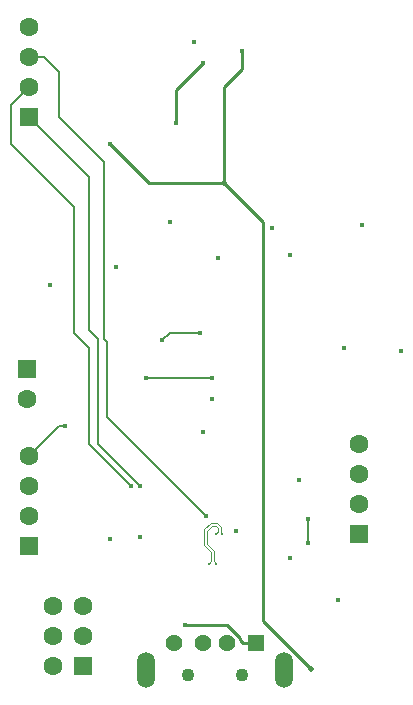
<source format=gbl>
G04*
G04 #@! TF.GenerationSoftware,Altium Limited,Altium Designer,25.3.3 (18)*
G04*
G04 Layer_Physical_Order=4*
G04 Layer_Color=9720587*
%FSLAX25Y25*%
%MOIN*%
G70*
G04*
G04 #@! TF.SameCoordinates,C02AA0BD-ED60-40AF-A0AC-FC32A95D580F*
G04*
G04*
G04 #@! TF.FilePolarity,Positive*
G04*
G01*
G75*
%ADD48C,0.01000*%
%ADD49C,0.00700*%
%ADD50C,0.00435*%
%ADD52C,0.05622*%
%ADD53R,0.05622X0.05622*%
%ADD54O,0.05937X0.11874*%
%ADD55C,0.04331*%
%ADD56C,0.06319*%
%ADD57R,0.06319X0.06319*%
%ADD58C,0.01500*%
%ADD59C,0.02000*%
%ADD60C,0.00800*%
D48*
X60000Y22500D02*
X73888D01*
X78248Y18140D01*
Y17575D02*
Y18140D01*
Y17575D02*
X79469Y16354D01*
X83780D01*
X35000Y183000D02*
X48000Y170000D01*
X73000D01*
X79000Y208000D02*
Y214000D01*
X73000Y202000D02*
X79000Y208000D01*
X73000Y170000D02*
Y202000D01*
Y170000D02*
X86000Y157000D01*
Y24000D02*
Y157000D01*
Y24000D02*
X102016Y7984D01*
X57000Y190000D02*
Y201000D01*
X66000Y210000D01*
D49*
X47000Y105000D02*
X69000D01*
X33000Y118000D02*
X34000Y117000D01*
Y92000D02*
X67000Y59000D01*
X34000Y92000D02*
Y117000D01*
X33000Y118000D02*
Y177000D01*
X31000Y83000D02*
Y118000D01*
X28000Y121000D02*
Y172000D01*
Y121000D02*
X31000Y118000D01*
Y83000D02*
X45000Y69000D01*
X23000Y120000D02*
X28000Y115000D01*
Y83000D02*
Y115000D01*
Y83000D02*
X42000Y69000D01*
X8000Y192000D02*
X28000Y172000D01*
X23000Y120000D02*
Y162000D01*
X101000Y50000D02*
Y58000D01*
X52500Y117500D02*
X55000Y120000D01*
X65000D01*
X8000Y212000D02*
X13000D01*
X18000Y207000D01*
Y192000D02*
X33000Y177000D01*
X18000Y192000D02*
Y207000D01*
X2000Y196000D02*
X8000Y202000D01*
X2000Y183000D02*
Y196000D01*
Y183000D02*
X23000Y162000D01*
X18000Y89000D02*
X20000D01*
X8000Y79000D02*
X18000Y89000D01*
D50*
X70500Y53000D02*
Y53099D01*
X70883Y53482D02*
Y53670D01*
X71033Y53820D02*
Y54713D01*
X70632Y56435D02*
X71967Y55100D01*
X68548Y56435D02*
X70632D01*
X68935Y55500D02*
X70245D01*
X71967Y53820D02*
X72117Y53670D01*
X70500Y53099D02*
X70883Y53482D01*
X72117D02*
X72500Y53099D01*
Y53000D02*
Y53099D01*
X70883Y53670D02*
X71033Y53820D01*
X71967Y53820D02*
Y55100D01*
X72117Y53482D02*
Y53670D01*
X70245Y55500D02*
X71033Y54713D01*
X66500Y49174D02*
Y54387D01*
X68548Y56435D01*
X67435Y54000D02*
X68935Y55500D01*
X67435Y49561D02*
Y54000D01*
X68783Y43783D02*
Y46891D01*
X66500Y49174D02*
X68783Y46891D01*
X68000Y43000D02*
X68783Y43783D01*
X69717Y43783D02*
X70500Y43000D01*
X69717Y43783D02*
Y47278D01*
X67435Y49561D02*
X69717Y47278D01*
D52*
X56221Y16354D02*
D03*
X66063D02*
D03*
X73937D02*
D03*
D53*
X83780D02*
D03*
D54*
X93032Y7378D02*
D03*
X46968D02*
D03*
D55*
X79055Y6000D02*
D03*
X60945D02*
D03*
D56*
X16000Y29000D02*
D03*
X26000D02*
D03*
X16000Y19000D02*
D03*
X26000D02*
D03*
X16000Y9000D02*
D03*
X8000Y79000D02*
D03*
Y69000D02*
D03*
Y59000D02*
D03*
Y222000D02*
D03*
Y212000D02*
D03*
Y202000D02*
D03*
X118000Y83000D02*
D03*
Y73000D02*
D03*
Y63000D02*
D03*
X7500Y98000D02*
D03*
D57*
X26000Y9000D02*
D03*
X8000Y49000D02*
D03*
Y192000D02*
D03*
X118000Y53000D02*
D03*
X7500Y108000D02*
D03*
D58*
X69000Y105000D02*
D03*
X47000D02*
D03*
X101000Y58000D02*
D03*
Y50000D02*
D03*
X65000Y120000D02*
D03*
X52500Y117500D02*
D03*
X60000Y22500D02*
D03*
X95000Y45000D02*
D03*
X77000Y54000D02*
D03*
X111000Y31000D02*
D03*
X45000Y52000D02*
D03*
X35073Y51073D02*
D03*
X66000Y87000D02*
D03*
X69000Y98000D02*
D03*
X98000Y71000D02*
D03*
X113000Y115000D02*
D03*
X132000Y114000D02*
D03*
X119000Y156000D02*
D03*
X95000Y146000D02*
D03*
X89000Y155000D02*
D03*
X71000Y145000D02*
D03*
X55000Y157000D02*
D03*
X37000Y142000D02*
D03*
X63000Y217000D02*
D03*
X42000Y69000D02*
D03*
X45000D02*
D03*
X67000Y59000D02*
D03*
X20000Y89000D02*
D03*
X35000Y183000D02*
D03*
X79000Y214000D02*
D03*
X15000Y136000D02*
D03*
X66000Y210000D02*
D03*
X57000Y190000D02*
D03*
D59*
X73000Y170000D02*
D03*
X102016Y7984D02*
D03*
D60*
X72500Y53000D02*
D03*
X70500D02*
D03*
Y43000D02*
D03*
X68000D02*
D03*
M02*

</source>
